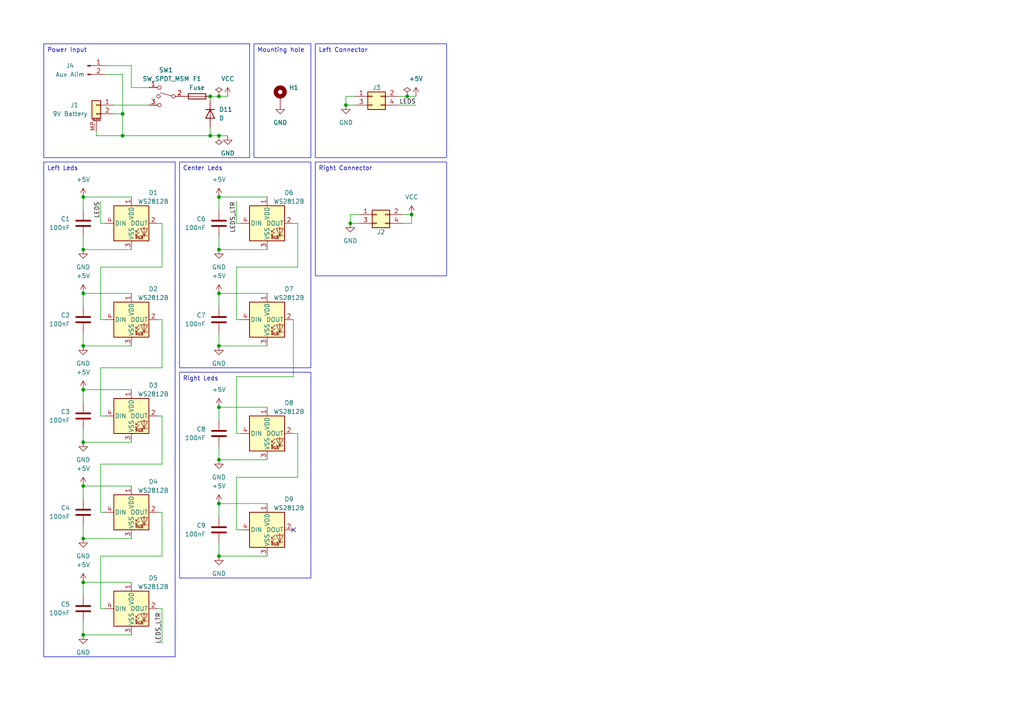
<source format=kicad_sch>
(kicad_sch (version 20230121) (generator eeschema)
  (paper "A4")
  (title_block (title "Battery Board ACDC") (date "2023-11-06") (rev "V1.0"))
  (lib_symbols
    (symbol "Connector:Conn_01x02_Pin" (pin_names (offset 1.016) hide)
      (property "Reference" "J" (at 0 2.54 0))
      (property "Value" "Conn_01x02_Pin" (at 0 -5.08 0))
      (symbol "Conn_01x02_Pin_1_1"
        (polyline (pts (xy 1.27 -2.54) (xy 0.8636 -2.54)) (stroke (width 0.1524)))
        (polyline (pts (xy 1.27 0) (xy 0.8636 0)) (stroke (width 0.1524)))
        (rectangle (start 0.8636 -2.413) (end 0 -2.667) (stroke (width 0.1524)) (fill (type outline)))
        (rectangle (start 0.8636 0.127) (end 0 -0.127) (stroke (width 0.1524)) (fill (type outline)))
        (pin passive line (at 5.08 0 180) (length 3.81) (name "Pin_1") (number "1"))
        (pin passive line (at 5.08 -2.54 180) (length 3.81) (name "Pin_2") (number "2"))
      )
    )
    (symbol "Connector_Generic:Conn_02x02_Odd_Even" (pin_names (offset 1.016) hide)
      (property "Reference" "J" (at 1.27 2.54 0))
      (property "Value" "Conn_02x02_Odd_Even" (at 1.27 -5.08 0))
      (symbol "Conn_02x02_Odd_Even_1_1"
        (rectangle (start -1.27 -2.413) (end 0 -2.667) (stroke (width 0.1524)))
        (rectangle (start -1.27 0.127) (end 0 -0.127) (stroke (width 0.1524)))
        (rectangle (start -1.27 1.27) (end 3.81 -3.81) (stroke (width 0.254)) (fill (type background)))
        (rectangle (start 3.81 -2.413) (end 2.54 -2.667) (stroke (width 0.1524)))
        (rectangle (start 3.81 0.127) (end 2.54 -0.127) (stroke (width 0.1524)))
        (pin passive line (at -5.08 0 0) (length 3.81) (name "Pin_1") (number "1"))
        (pin passive line (at 7.62 0 180) (length 3.81) (name "Pin_2") (number "2"))
        (pin passive line (at -5.08 -2.54 0) (length 3.81) (name "Pin_3") (number "3"))
        (pin passive line (at 7.62 -2.54 180) (length 3.81) (name "Pin_4") (number "4"))
      )
    )
    (symbol "Connector_Generic_MountingPin:Conn_01x02_MountingPin" (pin_names (offset 1.016) hide)
      (property "Reference" "J" (at 0 2.54 0))
      (property "Value" "Conn_01x02_MountingPin" (at 1.27 -5.08 0))
      (symbol "Conn_01x02_MountingPin_1_1"
        (rectangle (start -1.27 -2.413) (end 0 -2.667) (stroke (width 0.1524)))
        (rectangle (start -1.27 0.127) (end 0 -0.127) (stroke (width 0.1524)))
        (rectangle (start -1.27 1.27) (end 1.27 -3.81) (stroke (width 0.254)) (fill (type background)))
        (polyline (pts (xy -1.016 -4.572) (xy 1.016 -4.572)) (stroke (width 0.1524)))
        (text "Mounting" (at 0 -4.191 0) (effects (font (size 0.381 0.381))))
        (pin passive line (at -5.08 0 0) (length 3.81) (name "Pin_1") (number "1"))
        (pin passive line (at -5.08 -2.54 0) (length 3.81) (name "Pin_2") (number "2"))
        (pin passive line (at 0 -7.62 90) (length 3.048) (name "MountPin") (number "MP"))
      )
    )
    (symbol "Device:C" (pin_numbers hide) (pin_names (offset 0.254))
      (property "Reference" "C" (at 0.635 2.54 0))
      (property "Value" "C" (at 0.635 -2.54 0))
      (symbol "C_0_1"
        (polyline (pts (xy -2.032 -0.762) (xy 2.032 -0.762)) (stroke (width 0.508)))
        (polyline (pts (xy -2.032 0.762) (xy 2.032 0.762)) (stroke (width 0.508)))
      )
      (symbol "C_1_1"
        (pin passive line (at 0 3.81 270) (length 2.794) (name "~") (number "1"))
        (pin passive line (at 0 -3.81 90) (length 2.794) (name "~") (number "2"))
      )
    )
    (symbol "Device:D" (pin_numbers hide) (pin_names (offset 1.016) hide)
      (property "Reference" "D" (at 0 2.54 0))
      (property "Value" "D" (at 0 -2.54 0))
      (symbol "D_0_1"
        (polyline (pts (xy -1.27 1.27) (xy -1.27 -1.27)) (stroke (width 0.254)))
        (polyline (pts (xy 1.27 0) (xy -1.27 0)))
        (polyline (pts (xy 1.27 1.27) (xy 1.27 -1.27) (xy -1.27 0) (xy 1.27 1.27)) (stroke (width 0.254)))
      )
      (symbol "D_1_1"
        (pin passive line (at -3.81 0 0) (length 2.54) (name "K") (number "1"))
        (pin passive line (at 3.81 0 180) (length 2.54) (name "A") (number "2"))
      )
    )
    (symbol "Device:Fuse" (pin_numbers hide) (pin_names (offset 0))
      (property "Reference" "F" (at 2.032 0 90))
      (property "Value" "Fuse" (at -1.905 0 90))
      (symbol "Fuse_0_1"
        (rectangle (start -0.762 -2.54) (end 0.762 2.54) (stroke (width 0.254)))
        (polyline (pts (xy 0 2.54) (xy 0 -2.54)))
      )
      (symbol "Fuse_1_1"
        (pin passive line (at 0 3.81 270) (length 1.27) (name "~") (number "1"))
        (pin passive line (at 0 -3.81 90) (length 1.27) (name "~") (number "2"))
      )
    )
    (symbol "LED:WS2812B" (pin_names (offset 0.254))
      (property "Reference" "D" (at 5.08 5.715 0))
      (property "Value" "WS2812B" (at 1.27 -5.715 0))
      (symbol "WS2812B_0_0"
        (text "RGB" (at 2.286 -4.191 0) (effects (font (size 0.762 0.762))))
      )
      (symbol "WS2812B_0_1"
        (polyline (pts (xy 1.27 -3.556) (xy 1.778 -3.556)))
        (polyline (pts (xy 1.27 -2.54) (xy 1.778 -2.54)))
        (polyline (pts (xy 4.699 -3.556) (xy 2.667 -3.556)))
        (polyline (pts (xy 2.286 -2.54) (xy 1.27 -3.556) (xy 1.27 -3.048)))
        (polyline (pts (xy 2.286 -1.524) (xy 1.27 -2.54) (xy 1.27 -2.032)))
        (polyline (pts (xy 3.683 -1.016) (xy 3.683 -3.556) (xy 3.683 -4.064)))
        (polyline (pts (xy 4.699 -1.524) (xy 2.667 -1.524) (xy 3.683 -3.556) (xy 4.699 -1.524)))
        (rectangle (start 5.08 5.08) (end -5.08 -5.08) (stroke (width 0.254)) (fill (type background)))
      )
      (symbol "WS2812B_1_1"
        (pin power_in line (at 0 7.62 270) (length 2.54) (name "VDD") (number "1"))
        (pin output line (at 7.62 0 180) (length 2.54) (name "DOUT") (number "2"))
        (pin power_in line (at 0 -7.62 90) (length 2.54) (name "VSS") (number "3"))
        (pin input line (at -7.62 0 0) (length 2.54) (name "DIN") (number "4"))
      )
    )
    (symbol "Mechanical:MountingHole_Pad" (pin_numbers hide) (pin_names (offset 1.016) hide)
      (property "Reference" "H" (at 0 6.35 0))
      (property "Value" "MountingHole_Pad" (at 0 4.445 0))
      (symbol "MountingHole_Pad_0_1"
        (circle (center 0 1.27) (radius 1.27) (stroke (width 1.27)))
      )
      (symbol "MountingHole_Pad_1_1"
        (pin input line (at 0 -2.54 90) (length 2.54) (name "1") (number "1"))
      )
    )
    (symbol "Switch:SW_SPDT_MSM" (pin_names (offset 0) hide)
      (property "Reference" "SW" (at 0 5.08 0))
      (property "Value" "SW_SPDT_MSM" (at 0 -5.08 0))
      (symbol "SW_SPDT_MSM_0_0"
        (circle (center -2.032 0) (radius 0.508))
        (polyline (pts (xy -1.524 0.127) (xy 1.778 1.016)))
        (circle (center 2.032 -2.54) (radius 0.508))
      )
      (symbol "SW_SPDT_MSM_0_1"
        (circle (center 2.032 2.54) (radius 0.508))
        (circle (center 2.286 0) (radius 0.508))
      )
      (symbol "SW_SPDT_MSM_1_1"
        (pin passive line (at 5.08 2.54 180) (length 2.54) (name "1") (number "1"))
        (pin passive line (at -5.08 0 0) (length 2.54) (name "2") (number "2"))
        (pin passive line (at 5.08 -2.54 180) (length 2.54) (name "3") (number "3"))
      )
    )
    (symbol "power:+5V" (power) (pin_names (offset 0))
      (property "Value" "+5V" (at 0 3.556 0))
      (symbol "+5V_0_1"
        (polyline (pts (xy -0.762 1.27) (xy 0 2.54)))
        (polyline (pts (xy 0 0) (xy 0 2.54)))
        (polyline (pts (xy 0 2.54) (xy 0.762 1.27)))
      )
      (symbol "+5V_1_1"
        (pin power_in line (at 0 0 90) (length 0) hide (name "+5V") (number "1"))
      )
    )
    (symbol "power:GND" (power) (pin_names (offset 0))
      (property "Value" "GND" (at 0 -3.81 0))
      (symbol "GND_0_1"
        (polyline (pts (xy 0 0) (xy 0 -1.27) (xy 1.27 -1.27) (xy 0 -2.54) (xy -1.27 -1.27) (xy 0 -1.27)))
      )
      (symbol "GND_1_1"
        (pin power_in line (at 0 0 270) (length 0) hide (name "GND") (number "1"))
      )
    )
    (symbol "power:PWR_FLAG" (power) (pin_numbers hide) (pin_names (offset 0) hide)
      (property "Value" "PWR_FLAG" (at 0 3.81 0))
      (symbol "PWR_FLAG_0_0"
        (pin power_out line (at 0 0 90) (length 0) (name "pwr") (number "1"))
      )
      (symbol "PWR_FLAG_0_1"
        (polyline (pts (xy 0 0) (xy 0 1.27) (xy -1.016 1.905) (xy 0 2.54) (xy 1.016 1.905) (xy 0 1.27)))
      )
    )
    (symbol "power:VCC" (power) (pin_names (offset 0))
      (property "Value" "VCC" (at 0 3.81 0))
      (symbol "VCC_0_1"
        (polyline (pts (xy -0.762 1.27) (xy 0 2.54)))
        (polyline (pts (xy 0 0) (xy 0 2.54)))
        (polyline (pts (xy 0 2.54) (xy 0.762 1.27)))
      )
      (symbol "VCC_1_1"
        (pin power_in line (at 0 0 90) (length 0) hide (name "VCC") (number "1"))
      )
    )
  )
  (junction (at 63.5 39.37))
  (junction (at 63.5 85.09))
  (junction (at 63.5 118.11))
  (junction (at 63.5 161.29))
  (junction (at 24.13 128.27))
  (junction (at 63.5 133.35))
  (junction (at 100.33 30.48))
  (junction (at 24.13 156.21))
  (junction (at 35.56 39.37))
  (junction (at 24.13 72.39))
  (junction (at 24.13 184.15))
  (junction (at 24.13 168.91))
  (junction (at 35.56 33.02))
  (junction (at 101.6 64.77))
  (junction (at 118.11 27.94))
  (junction (at 63.5 146.05))
  (junction (at 24.13 113.03))
  (junction (at 60.96 39.37))
  (junction (at 63.5 27.94))
  (junction (at 119.38 62.23))
  (junction (at 60.96 27.94))
  (junction (at 63.5 72.39))
  (junction (at 63.5 100.33))
  (junction (at 63.5 57.15))
  (junction (at 24.13 85.09))
  (junction (at 24.13 57.15))
  (junction (at 24.13 140.97))
  (junction (at 24.13 100.33))
  (no_connect (at 85.09 153.67))
  (wire (pts (xy 63.5 57.15) (xy 63.5 60.96)))
  (wire (pts (xy 43.18 25.4) (xy 38.1 25.4)))
  (wire (pts (xy 60.96 36.83) (xy 60.96 39.37)))
  (wire (pts (xy 86.36 77.47) (xy 68.58 77.47)))
  (wire (pts (xy 35.56 21.59) (xy 35.56 33.02)))
  (wire (pts (xy 77.47 146.05) (xy 63.5 146.05)))
  (wire (pts (xy 68.58 125.73) (xy 68.58 109.22)))
  (wire (pts (xy 38.1 85.09) (xy 24.13 85.09)))
  (wire (pts (xy 24.13 128.27) (xy 38.1 128.27)))
  (wire (pts (xy 46.99 106.68) (xy 29.21 106.68)))
  (wire (pts (xy 63.5 85.09) (xy 63.5 88.9)))
  (wire (pts (xy 24.13 156.21) (xy 38.1 156.21)))
  (wire (pts (xy 38.1 168.91) (xy 24.13 168.91)))
  (wire (pts (xy 63.5 118.11) (xy 63.5 121.92)))
  (wire (pts (xy 27.94 39.37) (xy 35.56 39.37)))
  (wire (pts (xy 63.5 133.35) (xy 77.47 133.35)))
  (wire (pts (xy 119.38 64.77) (xy 119.38 62.23)))
  (wire (pts (xy 63.5 100.33) (xy 77.47 100.33)))
  (wire (pts (xy 27.94 38.1) (xy 27.94 39.37)))
  (wire (pts (xy 46.99 161.29) (xy 29.21 161.29)))
  (wire (pts (xy 63.5 27.94) (xy 66.04 27.94)))
  (wire (pts (xy 45.72 176.53) (xy 46.99 176.53)))
  (wire (pts (xy 38.1 113.03) (xy 24.13 113.03)))
  (wire (pts (xy 24.13 72.39) (xy 38.1 72.39)))
  (wire (pts (xy 29.21 161.29) (xy 29.21 176.53)))
  (wire (pts (xy 29.21 64.77) (xy 30.48 64.77)))
  (wire (pts (xy 29.21 106.68) (xy 29.21 120.65)))
  (wire (pts (xy 24.13 124.46) (xy 24.13 128.27)))
  (wire (pts (xy 86.36 125.73) (xy 86.36 138.43)))
  (wire (pts (xy 24.13 68.58) (xy 24.13 72.39)))
  (wire (pts (xy 60.96 39.37) (xy 63.5 39.37)))
  (wire (pts (xy 85.09 64.77) (xy 86.36 64.77)))
  (wire (pts (xy 29.21 176.53) (xy 30.48 176.53)))
  (wire (pts (xy 46.99 134.62) (xy 46.99 120.65)))
  (wire (pts (xy 86.36 138.43) (xy 68.58 138.43)))
  (wire (pts (xy 24.13 152.4) (xy 24.13 156.21)))
  (wire (pts (xy 63.5 96.52) (xy 63.5 100.33)))
  (wire (pts (xy 46.99 77.47) (xy 29.21 77.47)))
  (wire (pts (xy 118.11 27.94) (xy 120.65 27.94)))
  (wire (pts (xy 35.56 33.02) (xy 33.02 33.02)))
  (wire (pts (xy 29.21 77.47) (xy 29.21 92.71)))
  (wire (pts (xy 38.1 57.15) (xy 24.13 57.15)))
  (wire (pts (xy 63.5 146.05) (xy 63.5 149.86)))
  (wire (pts (xy 68.58 153.67) (xy 69.85 153.67)))
  (wire (pts (xy 38.1 140.97) (xy 24.13 140.97)))
  (wire (pts (xy 46.99 120.65) (xy 45.72 120.65)))
  (wire (pts (xy 116.84 62.23) (xy 119.38 62.23)))
  (wire (pts (xy 77.47 85.09) (xy 63.5 85.09)))
  (wire (pts (xy 24.13 85.09) (xy 24.13 88.9)))
  (wire (pts (xy 115.57 30.48) (xy 120.65 30.48)))
  (wire (pts (xy 24.13 113.03) (xy 24.13 116.84)))
  (wire (pts (xy 68.58 92.71) (xy 69.85 92.71)))
  (wire (pts (xy 63.5 68.58) (xy 63.5 72.39)))
  (wire (pts (xy 24.13 180.34) (xy 24.13 184.15)))
  (wire (pts (xy 38.1 19.05) (xy 38.1 25.4)))
  (wire (pts (xy 100.33 30.48) (xy 102.87 30.48)))
  (wire (pts (xy 29.21 92.71) (xy 30.48 92.71)))
  (wire (pts (xy 77.47 57.15) (xy 63.5 57.15)))
  (wire (pts (xy 46.99 64.77) (xy 46.99 77.47)))
  (wire (pts (xy 46.99 176.53) (xy 46.99 186.69)))
  (wire (pts (xy 101.6 62.23) (xy 101.6 64.77)))
  (wire (pts (xy 77.47 118.11) (xy 63.5 118.11)))
  (wire (pts (xy 33.02 30.48) (xy 43.18 30.48)))
  (wire (pts (xy 29.21 58.42) (xy 29.21 64.77)))
  (wire (pts (xy 85.09 109.22) (xy 85.09 92.71)))
  (wire (pts (xy 68.58 138.43) (xy 68.58 153.67)))
  (wire (pts (xy 24.13 168.91) (xy 24.13 172.72)))
  (wire (pts (xy 68.58 77.47) (xy 68.58 92.71)))
  (wire (pts (xy 46.99 92.71) (xy 46.99 106.68)))
  (wire (pts (xy 35.56 39.37) (xy 60.96 39.37)))
  (wire (pts (xy 63.5 161.29) (xy 77.47 161.29)))
  (wire (pts (xy 24.13 140.97) (xy 24.13 144.78)))
  (wire (pts (xy 24.13 96.52) (xy 24.13 100.33)))
  (wire (pts (xy 24.13 57.15) (xy 24.13 60.96)))
  (wire (pts (xy 63.5 72.39) (xy 77.47 72.39)))
  (wire (pts (xy 46.99 148.59) (xy 46.99 161.29)))
  (wire (pts (xy 68.58 109.22) (xy 85.09 109.22)))
  (wire (pts (xy 30.48 21.59) (xy 35.56 21.59)))
  (wire (pts (xy 45.72 64.77) (xy 46.99 64.77)))
  (wire (pts (xy 63.5 129.54) (xy 63.5 133.35)))
  (wire (pts (xy 85.09 125.73) (xy 86.36 125.73)))
  (wire (pts (xy 24.13 184.15) (xy 38.1 184.15)))
  (wire (pts (xy 68.58 125.73) (xy 69.85 125.73)))
  (wire (pts (xy 29.21 134.62) (xy 29.21 148.59)))
  (wire (pts (xy 68.58 64.77) (xy 69.85 64.77)))
  (wire (pts (xy 35.56 39.37) (xy 35.56 33.02)))
  (wire (pts (xy 86.36 64.77) (xy 86.36 77.47)))
  (wire (pts (xy 63.5 157.48) (xy 63.5 161.29)))
  (wire (pts (xy 60.96 27.94) (xy 63.5 27.94)))
  (wire (pts (xy 104.14 62.23) (xy 101.6 62.23)))
  (wire (pts (xy 60.96 29.21) (xy 60.96 27.94)))
  (wire (pts (xy 115.57 27.94) (xy 118.11 27.94)))
  (wire (pts (xy 116.84 64.77) (xy 119.38 64.77)))
  (wire (pts (xy 29.21 120.65) (xy 30.48 120.65)))
  (wire (pts (xy 101.6 64.77) (xy 104.14 64.77)))
  (wire (pts (xy 30.48 19.05) (xy 38.1 19.05)))
  (wire (pts (xy 29.21 148.59) (xy 30.48 148.59)))
  (wire (pts (xy 100.33 27.94) (xy 102.87 27.94)))
  (wire (pts (xy 24.13 100.33) (xy 38.1 100.33)))
  (wire (pts (xy 68.58 58.42) (xy 68.58 64.77)))
  (wire (pts (xy 63.5 39.37) (xy 66.04 39.37)))
  (wire (pts (xy 100.33 30.48) (xy 100.33 27.94)))
  (wire (pts (xy 29.21 134.62) (xy 46.99 134.62)))
  (wire (pts (xy 45.72 148.59) (xy 46.99 148.59)))
  (wire (pts (xy 45.72 92.71) (xy 46.99 92.71)))
  (text_box "Mounting hole" (at 73.66 12.7 0) (size 16.51 33.02) (effects (font (size 1.27 1.27)) (justify left top)))
  (text_box "Left Connector" (at 91.44 12.7 0) (size 38.1 33.02) (effects (font (size 1.27 1.27)) (justify left top)))
  (text_box "Power Input" (at 12.7 12.7 0) (size 59.69 33.02) (effects (font (size 1.27 1.27)) (justify left top)))
  (text_box "Right Leds" (at 52.07 107.95 0) (size 38.1 59.69) (effects (font (size 1.27 1.27)) (justify left top)))
  (text_box "Center Leds" (at 52.07 46.99 0) (size 38.1 59.69) (effects (font (size 1.27 1.27)) (justify left top)))
  (text_box "Right Connector" (at 91.44 46.99 0) (size 38.1 33.02) (effects (font (size 1.27 1.27)) (justify left top)))
  (text_box "Left Leds" (at 12.7 46.99 0) (size 38.1 143.51) (effects (font (size 1.27 1.27)) (justify left top)))
  (label "LEDS_LTR" (at 46.99 186.69 90))
  (label "LEDS_LTR" (at 68.58 58.42 270))
  (label "LEDS" (at 120.65 30.48 180))
  (label "LEDS" (at 29.21 58.42 270))
  (symbol (lib_id "power:GND") (at 63.5 133.35 0) (unit 1)
    (property "Reference" "#PWR024" (effects hide))
    (property "Value" "GND" (at 63.5 138.43 0))
  )
  (symbol (lib_id "power:GND") (at 24.13 128.27 0) (unit 1)
    (property "Reference" "#PWR012" (effects hide))
    (property "Value" "GND" (at 24.13 133.35 0))
  )
  (symbol (lib_id "LED:WS2812B") (at 77.47 125.73 0) (unit 1)
    (property "Reference" "D8" (at 83.82 116.84 0))
    (property "Value" "WS2812B" (at 83.82 119.38 0))
    (property "Footprint" "LED_SMD:LED_WS2812B_PLCC4_5.0x5.0mm_P3.2mm" (effects hide))
    (property "Datasheet" "https://cdn-shop.adafruit.com/datasheets/WS2812B.pdf" (effects hide))
  )
  (symbol (lib_id "power:GND") (at 24.13 184.15 0) (unit 1)
    (property "Reference" "#PWR016" (effects hide))
    (property "Value" "GND" (at 24.13 189.23 0))
  )
  (symbol (lib_id "LED:WS2812B") (at 38.1 148.59 0) (unit 1)
    (property "Reference" "D4" (at 44.45 139.7 0))
    (property "Value" "WS2812B" (at 44.45 142.24 0))
    (property "Footprint" "LED_SMD:LED_WS2812B_PLCC4_5.0x5.0mm_P3.2mm" (effects hide))
    (property "Datasheet" "https://cdn-shop.adafruit.com/datasheets/WS2812B.pdf" (effects hide))
  )
  (symbol (lib_id "Connector_Generic:Conn_02x02_Odd_Even") (at 109.22 62.23 0) (unit 1)
    (property "Reference" "J2" (at 110.49 67.31 0))
    (property "Value" "Conn_02x02_Odd_Even" (effects hide))
    (property "Footprint" "Connector_PinHeader_2.54mm:PinHeader_2x02_P2.54mm_Vertical_SMD" (effects hide))
  )
  (symbol (lib_id "power:GND") (at 24.13 100.33 0) (unit 1)
    (property "Reference" "#PWR010" (effects hide))
    (property "Value" "GND" (at 24.13 105.41 0))
  )
  (symbol (lib_id "Device:C") (at 24.13 148.59 0) (unit 1)
    (property "Reference" "C4" (at 20.32 147.32 0) (effects (justify right)))
    (property "Value" "100nF" (at 20.32 149.86 0) (effects (justify right)))
    (property "Footprint" "Capacitor_SMD:C_0603_1608Metric" (effects hide))
  )
  (symbol (lib_id "Device:Fuse") (at 57.15 27.94 90) (unit 1)
    (property "Reference" "F1" (at 57.15 22.86 90))
    (property "Value" "Fuse" (at 57.15 25.4 90))
    (property "Footprint" "ComponentsEvo:0031.7701.11" (effects hide))
  )
  (symbol (lib_id "power:+5V") (at 24.13 168.91 0) (unit 1)
    (property "Reference" "#PWR015" (effects hide))
    (property "Value" "+5V" (at 24.13 163.83 0))
  )
  (symbol (lib_id "LED:WS2812B") (at 77.47 64.77 0) (unit 1)
    (property "Reference" "D6" (at 83.82 55.88 0))
    (property "Value" "WS2812B" (at 83.82 58.42 0))
    (property "Footprint" "LED_SMD:LED_WS2812B_PLCC4_5.0x5.0mm_P3.2mm" (effects hide))
    (property "Datasheet" "https://cdn-shop.adafruit.com/datasheets/WS2812B.pdf" (effects hide))
  )
  (symbol (lib_id "LED:WS2812B") (at 77.47 92.71 0) (unit 1)
    (property "Reference" "D7" (at 83.82 83.82 0))
    (property "Value" "WS2812B" (at 83.82 86.36 0))
    (property "Footprint" "LED_SMD:LED_WS2812B_PLCC4_5.0x5.0mm_P3.2mm" (effects hide))
    (property "Datasheet" "https://cdn-shop.adafruit.com/datasheets/WS2812B.pdf" (effects hide))
  )
  (symbol (lib_id "power:+5V") (at 24.13 113.03 0) (unit 1)
    (property "Reference" "#PWR011" (effects hide))
    (property "Value" "+5V" (at 24.13 107.95 0))
  )
  (symbol (lib_id "Device:C") (at 63.5 125.73 0) (unit 1)
    (property "Reference" "C8" (at 59.69 124.46 0) (effects (justify right)))
    (property "Value" "100nF" (at 59.69 127 0) (effects (justify right)))
    (property "Footprint" "Capacitor_SMD:C_0603_1608Metric" (effects hide))
  )
  (symbol (lib_id "Mechanical:MountingHole_Pad") (at 81.28 27.94 0) (unit 1)
    (property "Reference" "H1" (at 83.82 25.4 0) (effects (justify left)))
    (property "Value" "MountingHole_Pad" (effects hide))
    (property "Footprint" "MountingHole:MountingHole_3.2mm_M3_Pad_Via" (effects hide))
  )
  (symbol (lib_id "Connector_Generic:Conn_02x02_Odd_Even") (at 107.95 27.94 0) (unit 1)
    (property "Reference" "J3" (at 109.22 25.4 0))
    (property "Value" "Conn_02x02_Odd_Even" (effects hide))
    (property "Footprint" "Connector_PinHeader_2.54mm:PinHeader_2x02_P2.54mm_Vertical_SMD" (effects hide))
  )
  (symbol (lib_id "Device:C") (at 24.13 120.65 0) (unit 1)
    (property "Reference" "C3" (at 20.32 119.38 0) (effects (justify right)))
    (property "Value" "100nF" (at 20.32 121.92 0) (effects (justify right)))
    (property "Footprint" "Capacitor_SMD:C_0603_1608Metric" (effects hide))
  )
  (symbol (lib_id "Device:C") (at 63.5 64.77 0) (unit 1)
    (property "Reference" "C6" (at 59.69 63.5 0) (effects (justify right)))
    (property "Value" "100nF" (at 59.69 66.04 0) (effects (justify right)))
    (property "Footprint" "Capacitor_SMD:C_0603_1608Metric" (effects hide))
  )
  (symbol (lib_id "power:GND") (at 63.5 100.33 0) (unit 1)
    (property "Reference" "#PWR031" (effects hide))
    (property "Value" "GND" (at 63.5 105.41 0))
  )
  (symbol (lib_id "power:GND") (at 101.6 64.77 0) (unit 1)
    (property "Reference" "#PWR03" (effects hide))
    (property "Value" "GND" (at 101.6 69.85 0))
  )
  (symbol (lib_id "power:GND") (at 81.28 30.48 0) (unit 1)
    (property "Reference" "#PWR027" (effects hide))
    (property "Value" "GND" (at 81.28 35.56 0))
  )
  (symbol (lib_id "power:GND") (at 100.33 30.48 0) (unit 1)
    (property "Reference" "#PWR05" (effects hide))
    (property "Value" "GND" (at 100.33 35.56 0))
  )
  (symbol (lib_id "LED:WS2812B") (at 77.47 153.67 0) (unit 1)
    (property "Reference" "D9" (at 83.82 144.78 0))
    (property "Value" "WS2812B" (at 83.82 147.32 0))
    (property "Footprint" "LED_SMD:LED_WS2812B_PLCC4_5.0x5.0mm_P3.2mm" (effects hide))
    (property "Datasheet" "https://cdn-shop.adafruit.com/datasheets/WS2812B.pdf" (effects hide))
  )
  (symbol (lib_id "LED:WS2812B") (at 38.1 92.71 0) (unit 1)
    (property "Reference" "D2" (at 44.45 83.82 0))
    (property "Value" "WS2812B" (at 44.45 86.36 0))
    (property "Footprint" "LED_SMD:LED_WS2812B_PLCC4_5.0x5.0mm_P3.2mm" (effects hide))
    (property "Datasheet" "https://cdn-shop.adafruit.com/datasheets/WS2812B.pdf" (effects hide))
  )
  (symbol (lib_id "power:+5V") (at 63.5 146.05 0) (unit 1)
    (property "Reference" "#PWR025" (effects hide))
    (property "Value" "+5V" (at 63.5 140.97 0))
  )
  (symbol (lib_id "power:VCC") (at 66.04 27.94 0) (unit 1)
    (property "Reference" "#PWR02" (effects hide))
    (property "Value" "VCC" (at 66.04 22.86 0))
  )
  (symbol (lib_id "power:GND") (at 24.13 156.21 0) (unit 1)
    (property "Reference" "#PWR014" (effects hide))
    (property "Value" "GND" (at 24.13 161.29 0))
  )
  (symbol (lib_id "LED:WS2812B") (at 38.1 176.53 0) (unit 1)
    (property "Reference" "D5" (at 44.45 167.64 0))
    (property "Value" "WS2812B" (at 44.45 170.18 0))
    (property "Footprint" "LED_SMD:LED_WS2812B_PLCC4_5.0x5.0mm_P3.2mm" (effects hide))
    (property "Datasheet" "https://cdn-shop.adafruit.com/datasheets/WS2812B.pdf" (effects hide))
  )
  (symbol (lib_id "Device:C") (at 63.5 153.67 0) (unit 1)
    (property "Reference" "C9" (at 59.69 152.4 0) (effects (justify right)))
    (property "Value" "100nF" (at 59.69 154.94 0) (effects (justify right)))
    (property "Footprint" "Capacitor_SMD:C_0603_1608Metric" (effects hide))
  )
  (symbol (lib_id "power:+5V") (at 24.13 57.15 0) (unit 1)
    (property "Reference" "#PWR07" (effects hide))
    (property "Value" "+5V" (at 24.13 52.07 0))
  )
  (symbol (lib_id "power:+5V") (at 63.5 57.15 0) (unit 1)
    (property "Reference" "#PWR028" (effects hide))
    (property "Value" "+5V" (at 63.5 52.07 0))
  )
  (symbol (lib_id "power:GND") (at 63.5 161.29 0) (unit 1)
    (property "Reference" "#PWR026" (effects hide))
    (property "Value" "GND" (at 63.5 166.37 0))
  )
  (symbol (lib_id "Device:C") (at 24.13 92.71 0) (unit 1)
    (property "Reference" "C2" (at 20.32 91.44 0) (effects (justify right)))
    (property "Value" "100nF" (at 20.32 93.98 0) (effects (justify right)))
    (property "Footprint" "Capacitor_SMD:C_0603_1608Metric" (effects hide))
  )
  (symbol (lib_id "LED:WS2812B") (at 38.1 120.65 0) (unit 1)
    (property "Reference" "D3" (at 44.45 111.76 0))
    (property "Value" "WS2812B" (at 44.45 114.3 0))
    (property "Footprint" "LED_SMD:LED_WS2812B_PLCC4_5.0x5.0mm_P3.2mm" (effects hide))
    (property "Datasheet" "https://cdn-shop.adafruit.com/datasheets/WS2812B.pdf" (effects hide))
  )
  (symbol (lib_id "power:+5V") (at 24.13 140.97 0) (unit 1)
    (property "Reference" "#PWR013" (effects hide))
    (property "Value" "+5V" (at 24.13 135.89 0))
  )
  (symbol (lib_id "Connector:Conn_01x02_Pin") (at 25.4 19.05 0) (unit 1)
    (property "Reference" "J4" (at 20.32 19.05 0))
    (property "Value" "Aux Alim" (at 20.32 21.59 0))
    (property "Footprint" "ConnectorsEvo:66200221022" (effects hide))
  )
  (symbol (lib_id "Device:C") (at 24.13 64.77 0) (unit 1)
    (property "Reference" "C1" (at 20.32 63.5 0) (effects (justify right)))
    (property "Value" "100nF" (at 20.32 66.04 0) (effects (justify right)))
    (property "Footprint" "Capacitor_SMD:C_0603_1608Metric" (effects hide))
  )
  (symbol (lib_id "Device:C") (at 63.5 92.71 0) (unit 1)
    (property "Reference" "C7" (at 59.69 91.44 0) (effects (justify right)))
    (property "Value" "100nF" (at 59.69 93.98 0) (effects (justify right)))
    (property "Footprint" "Capacitor_SMD:C_0603_1608Metric" (effects hide))
  )
  (symbol (lib_id "Device:D") (at 60.96 33.02 270) (unit 1)
    (property "Reference" "D11" (at 63.5 31.75 90) (effects (justify left)))
    (property "Value" "D" (at 63.5 34.29 90) (effects (justify left)))
    (property "Footprint" "ComponentsEvo:DO-214AB" (effects hide))
    (property "Sim.Device" "D" (effects hide))
    (property "Sim.Pins" "1=K 2=A" (effects hide))
  )
  (symbol (lib_id "power:PWR_FLAG") (at 63.5 27.94 0) (unit 1)
    (property "Reference" "#FLG02" (effects hide))
    (property "Value" "PWR_FLAG" (effects hide))
  )
  (symbol (lib_id "power:GND") (at 24.13 72.39 0) (unit 1)
    (property "Reference" "#PWR08" (effects hide))
    (property "Value" "GND" (at 24.13 77.47 0))
  )
  (symbol (lib_id "power:+5V") (at 24.13 85.09 0) (unit 1)
    (property "Reference" "#PWR09" (effects hide))
    (property "Value" "+5V" (at 24.13 80.01 0))
  )
  (symbol (lib_id "power:VCC") (at 119.38 62.23 0) (unit 1)
    (property "Reference" "#PWR01" (effects hide))
    (property "Value" "VCC" (at 119.38 57.15 0))
  )
  (symbol (lib_id "power:+5V") (at 120.65 27.94 0) (unit 1)
    (property "Reference" "#PWR06" (effects hide))
    (property "Value" "+5V" (at 120.65 22.86 0))
  )
  (symbol (lib_id "power:PWR_FLAG") (at 63.5 39.37 180) (unit 1)
    (property "Reference" "#FLG04" (effects hide))
    (property "Value" "PWR_FLAG" (effects hide))
  )
  (symbol (lib_id "power:GND") (at 63.5 72.39 0) (unit 1)
    (property "Reference" "#PWR029" (effects hide))
    (property "Value" "GND" (at 63.5 77.47 0))
  )
  (symbol (lib_id "power:GND") (at 66.04 39.37 0) (unit 1)
    (property "Reference" "#PWR04" (effects hide))
    (property "Value" "GND" (at 66.04 44.45 0))
  )
  (symbol (lib_id "power:+5V") (at 63.5 118.11 0) (unit 1)
    (property "Reference" "#PWR023" (effects hide))
    (property "Value" "+5V" (at 63.5 113.03 0))
  )
  (symbol (lib_id "power:+5V") (at 63.5 85.09 0) (unit 1)
    (property "Reference" "#PWR030" (effects hide))
    (property "Value" "+5V" (at 63.5 80.01 0))
  )
  (symbol (lib_id "Switch:SW_SPDT_MSM") (at 48.26 27.94 0) (mirror y) (unit 1)
    (property "Reference" "SW1" (at 48.133 20.32 0))
    (property "Value" "SW_SPDT_MSM" (at 48.133 22.86 0))
    (property "Footprint" "ComponentsEvo:Power Switch RS SPDT" (effects hide))
  )
  (symbol (lib_id "LED:WS2812B") (at 38.1 64.77 0) (unit 1)
    (property "Reference" "D1" (at 44.45 55.88 0))
    (property "Value" "WS2812B" (at 44.45 58.42 0))
    (property "Footprint" "LED_SMD:LED_WS2812B_PLCC4_5.0x5.0mm_P3.2mm" (effects hide))
    (property "Datasheet" "https://cdn-shop.adafruit.com/datasheets/WS2812B.pdf" (effects hide))
  )
  (symbol (lib_id "Device:C") (at 24.13 176.53 0) (unit 1)
    (property "Reference" "C5" (at 20.32 175.26 0) (effects (justify right)))
    (property "Value" "100nF" (at 20.32 177.8 0) (effects (justify right)))
    (property "Footprint" "Capacitor_SMD:C_0603_1608Metric" (effects hide))
  )
  (symbol (lib_id "Connector_Generic_MountingPin:Conn_01x02_MountingPin") (at 27.94 30.48 0) (mirror y) (unit 1)
    (property "Reference" "J1" (at 21.59 30.48 0))
    (property "Value" "9V Battery" (at 20.32 33.02 0))
    (property "Footprint" "ComponentsEvo:BatteryHolder_Eagle_12BH611-GR-Modified" (effects hide))
  )
  (symbol (lib_id "power:PWR_FLAG") (at 118.11 27.94 0) (unit 1)
    (property "Reference" "#FLG03" (effects hide))
    (property "Value" "PWR_FLAG" (effects hide))
  )
)
</source>
